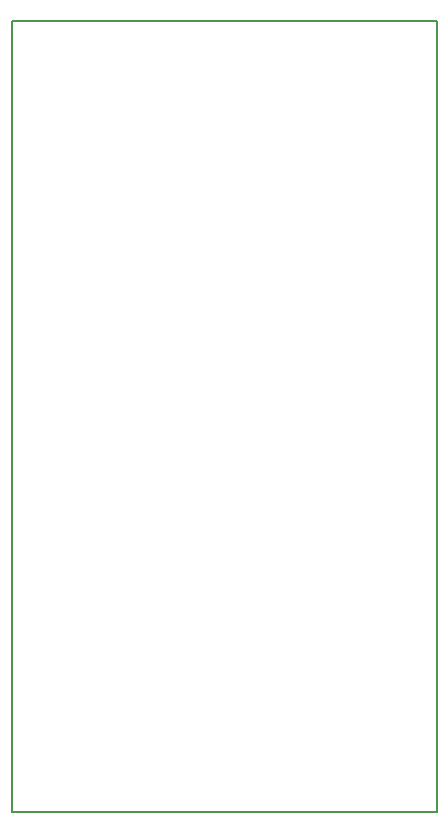
<source format=gm1>
G04 #@! TF.FileFunction,Profile,NP*
%FSLAX46Y46*%
G04 Gerber Fmt 4.6, Leading zero omitted, Abs format (unit mm)*
G04 Created by KiCad (PCBNEW 4.0.7) date Saturday, May 19, 2018 'PMt' 08:47:35 PM*
%MOMM*%
%LPD*%
G01*
G04 APERTURE LIST*
%ADD10C,0.100000*%
%ADD11C,0.150000*%
G04 APERTURE END LIST*
D10*
D11*
X259000000Y-122000000D02*
X259000000Y-55000000D01*
X223000000Y-122000000D02*
X259000000Y-122000000D01*
X223000000Y-55000000D02*
X223000000Y-122000000D01*
X223000000Y-55000000D02*
X259000000Y-55000000D01*
M02*

</source>
